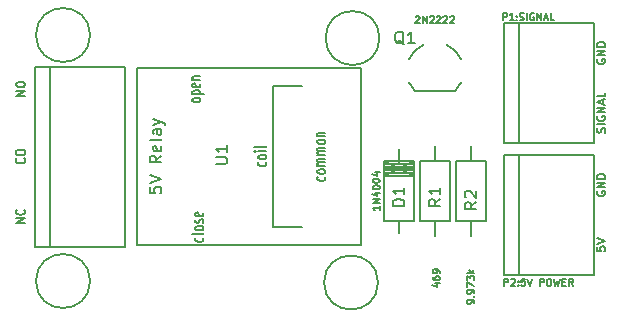
<source format=gto>
G04 #@! TF.FileFunction,Legend,Top*
%FSLAX46Y46*%
G04 Gerber Fmt 4.6, Leading zero omitted, Abs format (unit mm)*
G04 Created by KiCad (PCBNEW 4.0.1-stable) date 15/06/2016 21:54:59*
%MOMM*%
G01*
G04 APERTURE LIST*
%ADD10C,0.100000*%
%ADD11C,0.150000*%
%ADD12C,0.175000*%
G04 APERTURE END LIST*
D10*
D11*
X133494429Y-116093715D02*
X133494429Y-116436572D01*
X133494429Y-116265144D02*
X132894429Y-116265144D01*
X132980143Y-116322287D01*
X133037286Y-116379429D01*
X133065857Y-116436572D01*
X133494429Y-115836572D02*
X132894429Y-115836572D01*
X133494429Y-115493715D01*
X132894429Y-115493715D01*
X133094429Y-114950858D02*
X133494429Y-114950858D01*
X132865857Y-115093715D02*
X133294429Y-115236572D01*
X133294429Y-114865144D01*
X132894429Y-114522286D02*
X132894429Y-114465143D01*
X132923000Y-114408000D01*
X132951571Y-114379429D01*
X133008714Y-114350858D01*
X133123000Y-114322286D01*
X133265857Y-114322286D01*
X133380143Y-114350858D01*
X133437286Y-114379429D01*
X133465857Y-114408000D01*
X133494429Y-114465143D01*
X133494429Y-114522286D01*
X133465857Y-114579429D01*
X133437286Y-114608000D01*
X133380143Y-114636572D01*
X133265857Y-114665143D01*
X133123000Y-114665143D01*
X133008714Y-114636572D01*
X132951571Y-114608000D01*
X132923000Y-114579429D01*
X132894429Y-114522286D01*
X132894429Y-113950857D02*
X132894429Y-113893714D01*
X132923000Y-113836571D01*
X132951571Y-113808000D01*
X133008714Y-113779429D01*
X133123000Y-113750857D01*
X133265857Y-113750857D01*
X133380143Y-113779429D01*
X133437286Y-113808000D01*
X133465857Y-113836571D01*
X133494429Y-113893714D01*
X133494429Y-113950857D01*
X133465857Y-114008000D01*
X133437286Y-114036571D01*
X133380143Y-114065143D01*
X133265857Y-114093714D01*
X133123000Y-114093714D01*
X133008714Y-114065143D01*
X132951571Y-114036571D01*
X132923000Y-114008000D01*
X132894429Y-113950857D01*
X133094429Y-113236571D02*
X133494429Y-113236571D01*
X132865857Y-113379428D02*
X133294429Y-113522285D01*
X133294429Y-113150857D01*
X141495429Y-124293143D02*
X141495429Y-124178858D01*
X141466857Y-124121715D01*
X141438286Y-124093143D01*
X141352571Y-124036001D01*
X141238286Y-124007429D01*
X141009714Y-124007429D01*
X140952571Y-124036001D01*
X140924000Y-124064572D01*
X140895429Y-124121715D01*
X140895429Y-124236001D01*
X140924000Y-124293143D01*
X140952571Y-124321715D01*
X141009714Y-124350286D01*
X141152571Y-124350286D01*
X141209714Y-124321715D01*
X141238286Y-124293143D01*
X141266857Y-124236001D01*
X141266857Y-124121715D01*
X141238286Y-124064572D01*
X141209714Y-124036001D01*
X141152571Y-124007429D01*
X141438286Y-123750286D02*
X141466857Y-123721714D01*
X141495429Y-123750286D01*
X141466857Y-123778857D01*
X141438286Y-123750286D01*
X141495429Y-123750286D01*
X141495429Y-123436000D02*
X141495429Y-123321715D01*
X141466857Y-123264572D01*
X141438286Y-123236000D01*
X141352571Y-123178858D01*
X141238286Y-123150286D01*
X141009714Y-123150286D01*
X140952571Y-123178858D01*
X140924000Y-123207429D01*
X140895429Y-123264572D01*
X140895429Y-123378858D01*
X140924000Y-123436000D01*
X140952571Y-123464572D01*
X141009714Y-123493143D01*
X141152571Y-123493143D01*
X141209714Y-123464572D01*
X141238286Y-123436000D01*
X141266857Y-123378858D01*
X141266857Y-123264572D01*
X141238286Y-123207429D01*
X141209714Y-123178858D01*
X141152571Y-123150286D01*
X140895429Y-122950286D02*
X140895429Y-122550286D01*
X141495429Y-122807429D01*
X140895429Y-122378857D02*
X140895429Y-122007428D01*
X141124000Y-122207428D01*
X141124000Y-122121714D01*
X141152571Y-122064571D01*
X141181143Y-122036000D01*
X141238286Y-122007428D01*
X141381143Y-122007428D01*
X141438286Y-122036000D01*
X141466857Y-122064571D01*
X141495429Y-122121714D01*
X141495429Y-122293142D01*
X141466857Y-122350285D01*
X141438286Y-122378857D01*
X141495429Y-121750285D02*
X140895429Y-121750285D01*
X141266857Y-121693142D02*
X141495429Y-121521713D01*
X141095429Y-121521713D02*
X141324000Y-121750285D01*
X138174429Y-122631143D02*
X138574429Y-122631143D01*
X137945857Y-122774000D02*
X138374429Y-122916857D01*
X138374429Y-122545429D01*
X137974429Y-122059714D02*
X137974429Y-122174000D01*
X138003000Y-122231143D01*
X138031571Y-122259714D01*
X138117286Y-122316857D01*
X138231571Y-122345428D01*
X138460143Y-122345428D01*
X138517286Y-122316857D01*
X138545857Y-122288285D01*
X138574429Y-122231143D01*
X138574429Y-122116857D01*
X138545857Y-122059714D01*
X138517286Y-122031143D01*
X138460143Y-122002571D01*
X138317286Y-122002571D01*
X138260143Y-122031143D01*
X138231571Y-122059714D01*
X138203000Y-122116857D01*
X138203000Y-122231143D01*
X138231571Y-122288285D01*
X138260143Y-122316857D01*
X138317286Y-122345428D01*
X138574429Y-121716856D02*
X138574429Y-121602571D01*
X138545857Y-121545428D01*
X138517286Y-121516856D01*
X138431571Y-121459714D01*
X138317286Y-121431142D01*
X138088714Y-121431142D01*
X138031571Y-121459714D01*
X138003000Y-121488285D01*
X137974429Y-121545428D01*
X137974429Y-121659714D01*
X138003000Y-121716856D01*
X138031571Y-121745428D01*
X138088714Y-121773999D01*
X138231571Y-121773999D01*
X138288714Y-121745428D01*
X138317286Y-121716856D01*
X138345857Y-121659714D01*
X138345857Y-121545428D01*
X138317286Y-121488285D01*
X138288714Y-121459714D01*
X138231571Y-121431142D01*
D12*
X103440667Y-106738666D02*
X102740667Y-106738666D01*
X103440667Y-106338666D01*
X102740667Y-106338666D01*
X102740667Y-105872000D02*
X102740667Y-105738667D01*
X102774000Y-105672000D01*
X102840667Y-105605333D01*
X102974000Y-105572000D01*
X103207333Y-105572000D01*
X103340667Y-105605333D01*
X103407333Y-105672000D01*
X103440667Y-105738667D01*
X103440667Y-105872000D01*
X103407333Y-105938667D01*
X103340667Y-106005333D01*
X103207333Y-106038667D01*
X102974000Y-106038667D01*
X102840667Y-106005333D01*
X102774000Y-105938667D01*
X102740667Y-105872000D01*
X103485905Y-117516999D02*
X102685905Y-117516999D01*
X103485905Y-117116999D01*
X102685905Y-117116999D01*
X103409714Y-116383666D02*
X103447810Y-116417000D01*
X103485905Y-116517000D01*
X103485905Y-116583666D01*
X103447810Y-116683666D01*
X103371619Y-116750333D01*
X103295429Y-116783666D01*
X103143048Y-116817000D01*
X103028762Y-116817000D01*
X102876381Y-116783666D01*
X102800190Y-116750333D01*
X102724000Y-116683666D01*
X102685905Y-116583666D01*
X102685905Y-116517000D01*
X102724000Y-116417000D01*
X102762095Y-116383666D01*
X103409714Y-112036999D02*
X103447810Y-112070333D01*
X103485905Y-112170333D01*
X103485905Y-112236999D01*
X103447810Y-112336999D01*
X103371619Y-112403666D01*
X103295429Y-112436999D01*
X103143048Y-112470333D01*
X103028762Y-112470333D01*
X102876381Y-112436999D01*
X102800190Y-112403666D01*
X102724000Y-112336999D01*
X102685905Y-112236999D01*
X102685905Y-112170333D01*
X102724000Y-112070333D01*
X102762095Y-112036999D01*
X102685905Y-111603666D02*
X102685905Y-111470333D01*
X102724000Y-111403666D01*
X102800190Y-111336999D01*
X102952571Y-111303666D01*
X103219238Y-111303666D01*
X103371619Y-111336999D01*
X103447810Y-111403666D01*
X103485905Y-111470333D01*
X103485905Y-111603666D01*
X103447810Y-111670333D01*
X103371619Y-111736999D01*
X103219238Y-111770333D01*
X102952571Y-111770333D01*
X102800190Y-111736999D01*
X102724000Y-111670333D01*
X102685905Y-111603666D01*
X151889667Y-119513333D02*
X151889667Y-119846666D01*
X152223000Y-119880000D01*
X152189667Y-119846666D01*
X152156333Y-119780000D01*
X152156333Y-119613333D01*
X152189667Y-119546666D01*
X152223000Y-119513333D01*
X152289667Y-119480000D01*
X152456333Y-119480000D01*
X152523000Y-119513333D01*
X152556333Y-119546666D01*
X152589667Y-119613333D01*
X152589667Y-119780000D01*
X152556333Y-119846666D01*
X152523000Y-119880000D01*
X151889667Y-119279999D02*
X152589667Y-119046666D01*
X151889667Y-118813333D01*
X152556333Y-109870667D02*
X152589667Y-109770667D01*
X152589667Y-109604000D01*
X152556333Y-109537333D01*
X152523000Y-109504000D01*
X152456333Y-109470667D01*
X152389667Y-109470667D01*
X152323000Y-109504000D01*
X152289667Y-109537333D01*
X152256333Y-109604000D01*
X152223000Y-109737333D01*
X152189667Y-109804000D01*
X152156333Y-109837333D01*
X152089667Y-109870667D01*
X152023000Y-109870667D01*
X151956333Y-109837333D01*
X151923000Y-109804000D01*
X151889667Y-109737333D01*
X151889667Y-109570667D01*
X151923000Y-109470667D01*
X152589667Y-109170666D02*
X151889667Y-109170666D01*
X151923000Y-108470667D02*
X151889667Y-108537333D01*
X151889667Y-108637333D01*
X151923000Y-108737333D01*
X151989667Y-108804000D01*
X152056333Y-108837333D01*
X152189667Y-108870667D01*
X152289667Y-108870667D01*
X152423000Y-108837333D01*
X152489667Y-108804000D01*
X152556333Y-108737333D01*
X152589667Y-108637333D01*
X152589667Y-108570667D01*
X152556333Y-108470667D01*
X152523000Y-108437333D01*
X152289667Y-108437333D01*
X152289667Y-108570667D01*
X152589667Y-108137333D02*
X151889667Y-108137333D01*
X152589667Y-107737333D01*
X151889667Y-107737333D01*
X152389667Y-107437334D02*
X152389667Y-107104000D01*
X152589667Y-107504000D02*
X151889667Y-107270667D01*
X152589667Y-107037334D01*
X152589667Y-106470667D02*
X152589667Y-106804000D01*
X151889667Y-106804000D01*
X151923000Y-114833333D02*
X151889667Y-114899999D01*
X151889667Y-114999999D01*
X151923000Y-115099999D01*
X151989667Y-115166666D01*
X152056333Y-115199999D01*
X152189667Y-115233333D01*
X152289667Y-115233333D01*
X152423000Y-115199999D01*
X152489667Y-115166666D01*
X152556333Y-115099999D01*
X152589667Y-114999999D01*
X152589667Y-114933333D01*
X152556333Y-114833333D01*
X152523000Y-114799999D01*
X152289667Y-114799999D01*
X152289667Y-114933333D01*
X152589667Y-114499999D02*
X151889667Y-114499999D01*
X152589667Y-114099999D01*
X151889667Y-114099999D01*
X152589667Y-113766666D02*
X151889667Y-113766666D01*
X151889667Y-113600000D01*
X151923000Y-113500000D01*
X151989667Y-113433333D01*
X152056333Y-113400000D01*
X152189667Y-113366666D01*
X152289667Y-113366666D01*
X152423000Y-113400000D01*
X152489667Y-113433333D01*
X152556333Y-113500000D01*
X152589667Y-113600000D01*
X152589667Y-113766666D01*
X151923000Y-103657333D02*
X151889667Y-103723999D01*
X151889667Y-103823999D01*
X151923000Y-103923999D01*
X151989667Y-103990666D01*
X152056333Y-104023999D01*
X152189667Y-104057333D01*
X152289667Y-104057333D01*
X152423000Y-104023999D01*
X152489667Y-103990666D01*
X152556333Y-103923999D01*
X152589667Y-103823999D01*
X152589667Y-103757333D01*
X152556333Y-103657333D01*
X152523000Y-103623999D01*
X152289667Y-103623999D01*
X152289667Y-103757333D01*
X152589667Y-103323999D02*
X151889667Y-103323999D01*
X152589667Y-102923999D01*
X151889667Y-102923999D01*
X152589667Y-102590666D02*
X151889667Y-102590666D01*
X151889667Y-102424000D01*
X151923000Y-102324000D01*
X151989667Y-102257333D01*
X152056333Y-102224000D01*
X152189667Y-102190666D01*
X152289667Y-102190666D01*
X152423000Y-102224000D01*
X152489667Y-102257333D01*
X152556333Y-102324000D01*
X152589667Y-102424000D01*
X152589667Y-102590666D01*
D11*
X133350000Y-122555000D02*
G75*
G03X133350000Y-122555000I-2286000J0D01*
G01*
X133477000Y-101854000D02*
G75*
G03X133477000Y-101854000I-2286000J0D01*
G01*
X108966000Y-122428000D02*
G75*
G03X108966000Y-122428000I-2286000J0D01*
G01*
X108966000Y-101600000D02*
G75*
G03X108966000Y-101600000I-2286000J0D01*
G01*
X135130540Y-117348000D02*
X135130540Y-118364000D01*
X135130540Y-112522000D02*
X135130540Y-111252000D01*
X136400540Y-112776000D02*
X133860540Y-112776000D01*
X136400540Y-113030000D02*
X133860540Y-113030000D01*
X136400540Y-113284000D02*
X133860540Y-113284000D01*
X136400540Y-112522000D02*
X133860540Y-112522000D01*
X136400540Y-113538000D02*
X133860540Y-112268000D01*
X136400540Y-112268000D02*
X133860540Y-113538000D01*
X136400540Y-113538000D02*
X133860540Y-113538000D01*
X136400540Y-112903000D02*
X133860540Y-112903000D01*
X133860540Y-112268000D02*
X136400540Y-112268000D01*
X136400540Y-112268000D02*
X136400540Y-117348000D01*
X136400540Y-117348000D02*
X133860540Y-117348000D01*
X133860540Y-117348000D02*
X133860540Y-112268000D01*
X145288000Y-110744000D02*
X145288000Y-100584000D01*
X144018000Y-110744000D02*
X151638000Y-110744000D01*
X151638000Y-110744000D02*
X151638000Y-100584000D01*
X151638000Y-100584000D02*
X144018000Y-100584000D01*
X144018000Y-100584000D02*
X144018000Y-110744000D01*
X145288000Y-121920000D02*
X145288000Y-111760000D01*
X144018000Y-121920000D02*
X151638000Y-121920000D01*
X151638000Y-121920000D02*
X151638000Y-111760000D01*
X151638000Y-111760000D02*
X144018000Y-111760000D01*
X144018000Y-111760000D02*
X144018000Y-121920000D01*
X137176000Y-102448000D02*
G75*
G03X135976000Y-103648000I1000000J-2200000D01*
G01*
X139175999Y-102448000D02*
G75*
G02X140376000Y-103648000I-999999J-2200000D01*
G01*
X135988305Y-105644990D02*
G75*
G03X136476000Y-106348000I2187695J996990D01*
G01*
X140363695Y-105644990D02*
G75*
G02X139876000Y-106348000I-2187695J996990D01*
G01*
X136476000Y-106348000D02*
X139876000Y-106348000D01*
X139446000Y-112268000D02*
X139446000Y-117348000D01*
X139446000Y-117348000D02*
X136906000Y-117348000D01*
X136906000Y-117348000D02*
X136906000Y-112268000D01*
X136906000Y-112268000D02*
X139446000Y-112268000D01*
X138176000Y-112268000D02*
X138176000Y-110998000D01*
X138176000Y-117348000D02*
X138176000Y-118618000D01*
X142494000Y-112268000D02*
X142494000Y-117348000D01*
X142494000Y-117348000D02*
X139954000Y-117348000D01*
X139954000Y-117348000D02*
X139954000Y-112268000D01*
X139954000Y-112268000D02*
X142494000Y-112268000D01*
X141224000Y-112268000D02*
X141224000Y-110998000D01*
X141224000Y-117348000D02*
X141224000Y-118618000D01*
X126936000Y-105879000D02*
X124436000Y-105879000D01*
X124436000Y-105879000D02*
X124436000Y-117879000D01*
X124436000Y-117879000D02*
X126936000Y-117879000D01*
X112936000Y-104379000D02*
X131936000Y-104379000D01*
X131936000Y-104379000D02*
X131936000Y-119379000D01*
X131936000Y-119379000D02*
X112936000Y-119379000D01*
X112936000Y-119379000D02*
X112936000Y-104379000D01*
X104267000Y-104267000D02*
X111887000Y-104267000D01*
X104267000Y-119507000D02*
X111887000Y-119507000D01*
X105537000Y-104267000D02*
X105537000Y-119507000D01*
X111887000Y-104267000D02*
X111887000Y-119507000D01*
X104267000Y-104267000D02*
X104267000Y-119507000D01*
X135580381Y-116054095D02*
X134580381Y-116054095D01*
X134580381Y-115816000D01*
X134628000Y-115673142D01*
X134723238Y-115577904D01*
X134818476Y-115530285D01*
X135008952Y-115482666D01*
X135151810Y-115482666D01*
X135342286Y-115530285D01*
X135437524Y-115577904D01*
X135532762Y-115673142D01*
X135580381Y-115816000D01*
X135580381Y-116054095D01*
X135580381Y-114530285D02*
X135580381Y-115101714D01*
X135580381Y-114816000D02*
X134580381Y-114816000D01*
X134723238Y-114911238D01*
X134818476Y-115006476D01*
X134866095Y-115101714D01*
X143921429Y-100347429D02*
X143921429Y-99747429D01*
X144150001Y-99747429D01*
X144207143Y-99776000D01*
X144235715Y-99804571D01*
X144264286Y-99861714D01*
X144264286Y-99947429D01*
X144235715Y-100004571D01*
X144207143Y-100033143D01*
X144150001Y-100061714D01*
X143921429Y-100061714D01*
X144835715Y-100347429D02*
X144492858Y-100347429D01*
X144664286Y-100347429D02*
X144664286Y-99747429D01*
X144607143Y-99833143D01*
X144550001Y-99890286D01*
X144492858Y-99918857D01*
X145092858Y-100290286D02*
X145121430Y-100318857D01*
X145092858Y-100347429D01*
X145064287Y-100318857D01*
X145092858Y-100290286D01*
X145092858Y-100347429D01*
X145092858Y-99976000D02*
X145121430Y-100004571D01*
X145092858Y-100033143D01*
X145064287Y-100004571D01*
X145092858Y-99976000D01*
X145092858Y-100033143D01*
X145350001Y-100318857D02*
X145435715Y-100347429D01*
X145578572Y-100347429D01*
X145635715Y-100318857D01*
X145664286Y-100290286D01*
X145692858Y-100233143D01*
X145692858Y-100176000D01*
X145664286Y-100118857D01*
X145635715Y-100090286D01*
X145578572Y-100061714D01*
X145464286Y-100033143D01*
X145407144Y-100004571D01*
X145378572Y-99976000D01*
X145350001Y-99918857D01*
X145350001Y-99861714D01*
X145378572Y-99804571D01*
X145407144Y-99776000D01*
X145464286Y-99747429D01*
X145607144Y-99747429D01*
X145692858Y-99776000D01*
X145950001Y-100347429D02*
X145950001Y-99747429D01*
X146550001Y-99776000D02*
X146492858Y-99747429D01*
X146407144Y-99747429D01*
X146321429Y-99776000D01*
X146264287Y-99833143D01*
X146235715Y-99890286D01*
X146207144Y-100004571D01*
X146207144Y-100090286D01*
X146235715Y-100204571D01*
X146264287Y-100261714D01*
X146321429Y-100318857D01*
X146407144Y-100347429D01*
X146464287Y-100347429D01*
X146550001Y-100318857D01*
X146578572Y-100290286D01*
X146578572Y-100090286D01*
X146464287Y-100090286D01*
X146835715Y-100347429D02*
X146835715Y-99747429D01*
X147178572Y-100347429D01*
X147178572Y-99747429D01*
X147435715Y-100176000D02*
X147721429Y-100176000D01*
X147378572Y-100347429D02*
X147578572Y-99747429D01*
X147778572Y-100347429D01*
X148264286Y-100347429D02*
X147978572Y-100347429D01*
X147978572Y-99747429D01*
X144053286Y-122826429D02*
X144053286Y-122226429D01*
X144281858Y-122226429D01*
X144339000Y-122255000D01*
X144367572Y-122283571D01*
X144396143Y-122340714D01*
X144396143Y-122426429D01*
X144367572Y-122483571D01*
X144339000Y-122512143D01*
X144281858Y-122540714D01*
X144053286Y-122540714D01*
X144624715Y-122283571D02*
X144653286Y-122255000D01*
X144710429Y-122226429D01*
X144853286Y-122226429D01*
X144910429Y-122255000D01*
X144939000Y-122283571D01*
X144967572Y-122340714D01*
X144967572Y-122397857D01*
X144939000Y-122483571D01*
X144596143Y-122826429D01*
X144967572Y-122826429D01*
X145224715Y-122769286D02*
X145253287Y-122797857D01*
X145224715Y-122826429D01*
X145196144Y-122797857D01*
X145224715Y-122769286D01*
X145224715Y-122826429D01*
X145224715Y-122455000D02*
X145253287Y-122483571D01*
X145224715Y-122512143D01*
X145196144Y-122483571D01*
X145224715Y-122455000D01*
X145224715Y-122512143D01*
X145796143Y-122226429D02*
X145510429Y-122226429D01*
X145481858Y-122512143D01*
X145510429Y-122483571D01*
X145567572Y-122455000D01*
X145710429Y-122455000D01*
X145767572Y-122483571D01*
X145796143Y-122512143D01*
X145824715Y-122569286D01*
X145824715Y-122712143D01*
X145796143Y-122769286D01*
X145767572Y-122797857D01*
X145710429Y-122826429D01*
X145567572Y-122826429D01*
X145510429Y-122797857D01*
X145481858Y-122769286D01*
X145996144Y-122226429D02*
X146196144Y-122826429D01*
X146396144Y-122226429D01*
X147053287Y-122826429D02*
X147053287Y-122226429D01*
X147281859Y-122226429D01*
X147339001Y-122255000D01*
X147367573Y-122283571D01*
X147396144Y-122340714D01*
X147396144Y-122426429D01*
X147367573Y-122483571D01*
X147339001Y-122512143D01*
X147281859Y-122540714D01*
X147053287Y-122540714D01*
X147767573Y-122226429D02*
X147881859Y-122226429D01*
X147939001Y-122255000D01*
X147996144Y-122312143D01*
X148024716Y-122426429D01*
X148024716Y-122626429D01*
X147996144Y-122740714D01*
X147939001Y-122797857D01*
X147881859Y-122826429D01*
X147767573Y-122826429D01*
X147710430Y-122797857D01*
X147653287Y-122740714D01*
X147624716Y-122626429D01*
X147624716Y-122426429D01*
X147653287Y-122312143D01*
X147710430Y-122255000D01*
X147767573Y-122226429D01*
X148224715Y-122226429D02*
X148367572Y-122826429D01*
X148481858Y-122397857D01*
X148596144Y-122826429D01*
X148739001Y-122226429D01*
X148967572Y-122512143D02*
X149167572Y-122512143D01*
X149253286Y-122826429D02*
X148967572Y-122826429D01*
X148967572Y-122226429D01*
X149253286Y-122226429D01*
X149853286Y-122826429D02*
X149653286Y-122540714D01*
X149510429Y-122826429D02*
X149510429Y-122226429D01*
X149739001Y-122226429D01*
X149796143Y-122255000D01*
X149824715Y-122283571D01*
X149853286Y-122340714D01*
X149853286Y-122426429D01*
X149824715Y-122483571D01*
X149796143Y-122512143D01*
X149739001Y-122540714D01*
X149510429Y-122540714D01*
X135540762Y-102401619D02*
X135445524Y-102354000D01*
X135350286Y-102258762D01*
X135207429Y-102115905D01*
X135112190Y-102068286D01*
X135016952Y-102068286D01*
X135064571Y-102306381D02*
X134969333Y-102258762D01*
X134874095Y-102163524D01*
X134826476Y-101973048D01*
X134826476Y-101639714D01*
X134874095Y-101449238D01*
X134969333Y-101354000D01*
X135064571Y-101306381D01*
X135255048Y-101306381D01*
X135350286Y-101354000D01*
X135445524Y-101449238D01*
X135493143Y-101639714D01*
X135493143Y-101973048D01*
X135445524Y-102163524D01*
X135350286Y-102258762D01*
X135255048Y-102306381D01*
X135064571Y-102306381D01*
X136445524Y-102306381D02*
X135874095Y-102306381D01*
X136159809Y-102306381D02*
X136159809Y-101306381D01*
X136064571Y-101449238D01*
X135969333Y-101544476D01*
X135874095Y-101592095D01*
X136547428Y-100058571D02*
X136575999Y-100030000D01*
X136633142Y-100001429D01*
X136775999Y-100001429D01*
X136833142Y-100030000D01*
X136861713Y-100058571D01*
X136890285Y-100115714D01*
X136890285Y-100172857D01*
X136861713Y-100258571D01*
X136518856Y-100601429D01*
X136890285Y-100601429D01*
X137147428Y-100601429D02*
X137147428Y-100001429D01*
X137490285Y-100601429D01*
X137490285Y-100001429D01*
X137747428Y-100058571D02*
X137775999Y-100030000D01*
X137833142Y-100001429D01*
X137975999Y-100001429D01*
X138033142Y-100030000D01*
X138061713Y-100058571D01*
X138090285Y-100115714D01*
X138090285Y-100172857D01*
X138061713Y-100258571D01*
X137718856Y-100601429D01*
X138090285Y-100601429D01*
X138318857Y-100058571D02*
X138347428Y-100030000D01*
X138404571Y-100001429D01*
X138547428Y-100001429D01*
X138604571Y-100030000D01*
X138633142Y-100058571D01*
X138661714Y-100115714D01*
X138661714Y-100172857D01*
X138633142Y-100258571D01*
X138290285Y-100601429D01*
X138661714Y-100601429D01*
X138890286Y-100058571D02*
X138918857Y-100030000D01*
X138976000Y-100001429D01*
X139118857Y-100001429D01*
X139176000Y-100030000D01*
X139204571Y-100058571D01*
X139233143Y-100115714D01*
X139233143Y-100172857D01*
X139204571Y-100258571D01*
X138861714Y-100601429D01*
X139233143Y-100601429D01*
X139461715Y-100058571D02*
X139490286Y-100030000D01*
X139547429Y-100001429D01*
X139690286Y-100001429D01*
X139747429Y-100030000D01*
X139776000Y-100058571D01*
X139804572Y-100115714D01*
X139804572Y-100172857D01*
X139776000Y-100258571D01*
X139433143Y-100601429D01*
X139804572Y-100601429D01*
X138628381Y-115482666D02*
X138152190Y-115816000D01*
X138628381Y-116054095D02*
X137628381Y-116054095D01*
X137628381Y-115673142D01*
X137676000Y-115577904D01*
X137723619Y-115530285D01*
X137818857Y-115482666D01*
X137961714Y-115482666D01*
X138056952Y-115530285D01*
X138104571Y-115577904D01*
X138152190Y-115673142D01*
X138152190Y-116054095D01*
X138628381Y-114530285D02*
X138628381Y-115101714D01*
X138628381Y-114816000D02*
X137628381Y-114816000D01*
X137771238Y-114911238D01*
X137866476Y-115006476D01*
X137914095Y-115101714D01*
X141676381Y-115736666D02*
X141200190Y-116070000D01*
X141676381Y-116308095D02*
X140676381Y-116308095D01*
X140676381Y-115927142D01*
X140724000Y-115831904D01*
X140771619Y-115784285D01*
X140866857Y-115736666D01*
X141009714Y-115736666D01*
X141104952Y-115784285D01*
X141152571Y-115831904D01*
X141200190Y-115927142D01*
X141200190Y-116308095D01*
X140771619Y-115355714D02*
X140724000Y-115308095D01*
X140676381Y-115212857D01*
X140676381Y-114974761D01*
X140724000Y-114879523D01*
X140771619Y-114831904D01*
X140866857Y-114784285D01*
X140962095Y-114784285D01*
X141104952Y-114831904D01*
X141676381Y-115403333D01*
X141676381Y-114784285D01*
X119594381Y-112521905D02*
X120403905Y-112521905D01*
X120499143Y-112474286D01*
X120546762Y-112426667D01*
X120594381Y-112331429D01*
X120594381Y-112140952D01*
X120546762Y-112045714D01*
X120499143Y-111998095D01*
X120403905Y-111950476D01*
X119594381Y-111950476D01*
X120594381Y-110950476D02*
X120594381Y-111521905D01*
X120594381Y-111236191D02*
X119594381Y-111236191D01*
X119737238Y-111331429D01*
X119832476Y-111426667D01*
X119880095Y-111521905D01*
X118514762Y-118772666D02*
X118562381Y-118839333D01*
X118562381Y-118972666D01*
X118514762Y-119039333D01*
X118467143Y-119072666D01*
X118371905Y-119106000D01*
X118086190Y-119106000D01*
X117990952Y-119072666D01*
X117943333Y-119039333D01*
X117895714Y-118972666D01*
X117895714Y-118839333D01*
X117943333Y-118772666D01*
X118562381Y-118372666D02*
X118514762Y-118439333D01*
X118419524Y-118472666D01*
X117562381Y-118472666D01*
X118562381Y-118005999D02*
X118514762Y-118072666D01*
X118467143Y-118105999D01*
X118371905Y-118139333D01*
X118086190Y-118139333D01*
X117990952Y-118105999D01*
X117943333Y-118072666D01*
X117895714Y-118005999D01*
X117895714Y-117905999D01*
X117943333Y-117839333D01*
X117990952Y-117805999D01*
X118086190Y-117772666D01*
X118371905Y-117772666D01*
X118467143Y-117805999D01*
X118514762Y-117839333D01*
X118562381Y-117905999D01*
X118562381Y-118005999D01*
X118514762Y-117506000D02*
X118562381Y-117439333D01*
X118562381Y-117306000D01*
X118514762Y-117239333D01*
X118419524Y-117206000D01*
X118371905Y-117206000D01*
X118276667Y-117239333D01*
X118229048Y-117306000D01*
X118229048Y-117406000D01*
X118181429Y-117472666D01*
X118086190Y-117506000D01*
X118038571Y-117506000D01*
X117943333Y-117472666D01*
X117895714Y-117406000D01*
X117895714Y-117306000D01*
X117943333Y-117239333D01*
X118514762Y-116639333D02*
X118562381Y-116705999D01*
X118562381Y-116839333D01*
X118514762Y-116905999D01*
X118419524Y-116939333D01*
X118038571Y-116939333D01*
X117943333Y-116905999D01*
X117895714Y-116839333D01*
X117895714Y-116705999D01*
X117943333Y-116639333D01*
X118038571Y-116605999D01*
X118133810Y-116605999D01*
X118229048Y-116939333D01*
X118308381Y-107155332D02*
X118260762Y-107221999D01*
X118213143Y-107255332D01*
X118117905Y-107288666D01*
X117832190Y-107288666D01*
X117736952Y-107255332D01*
X117689333Y-107221999D01*
X117641714Y-107155332D01*
X117641714Y-107055332D01*
X117689333Y-106988666D01*
X117736952Y-106955332D01*
X117832190Y-106921999D01*
X118117905Y-106921999D01*
X118213143Y-106955332D01*
X118260762Y-106988666D01*
X118308381Y-107055332D01*
X118308381Y-107155332D01*
X117641714Y-106621999D02*
X118641714Y-106621999D01*
X117689333Y-106621999D02*
X117641714Y-106555333D01*
X117641714Y-106421999D01*
X117689333Y-106355333D01*
X117736952Y-106321999D01*
X117832190Y-106288666D01*
X118117905Y-106288666D01*
X118213143Y-106321999D01*
X118260762Y-106355333D01*
X118308381Y-106421999D01*
X118308381Y-106555333D01*
X118260762Y-106621999D01*
X118260762Y-105722000D02*
X118308381Y-105788666D01*
X118308381Y-105922000D01*
X118260762Y-105988666D01*
X118165524Y-106022000D01*
X117784571Y-106022000D01*
X117689333Y-105988666D01*
X117641714Y-105922000D01*
X117641714Y-105788666D01*
X117689333Y-105722000D01*
X117784571Y-105688666D01*
X117879810Y-105688666D01*
X117975048Y-106022000D01*
X117641714Y-105388666D02*
X118308381Y-105388666D01*
X117736952Y-105388666D02*
X117689333Y-105355333D01*
X117641714Y-105288666D01*
X117641714Y-105188666D01*
X117689333Y-105122000D01*
X117784571Y-105088666D01*
X118308381Y-105088666D01*
X128840762Y-113595665D02*
X128888381Y-113662332D01*
X128888381Y-113795665D01*
X128840762Y-113862332D01*
X128793143Y-113895665D01*
X128697905Y-113928999D01*
X128412190Y-113928999D01*
X128316952Y-113895665D01*
X128269333Y-113862332D01*
X128221714Y-113795665D01*
X128221714Y-113662332D01*
X128269333Y-113595665D01*
X128888381Y-113195665D02*
X128840762Y-113262332D01*
X128793143Y-113295665D01*
X128697905Y-113328999D01*
X128412190Y-113328999D01*
X128316952Y-113295665D01*
X128269333Y-113262332D01*
X128221714Y-113195665D01*
X128221714Y-113095665D01*
X128269333Y-113028999D01*
X128316952Y-112995665D01*
X128412190Y-112962332D01*
X128697905Y-112962332D01*
X128793143Y-112995665D01*
X128840762Y-113028999D01*
X128888381Y-113095665D01*
X128888381Y-113195665D01*
X128888381Y-112662332D02*
X128221714Y-112662332D01*
X128316952Y-112662332D02*
X128269333Y-112628999D01*
X128221714Y-112562332D01*
X128221714Y-112462332D01*
X128269333Y-112395666D01*
X128364571Y-112362332D01*
X128888381Y-112362332D01*
X128364571Y-112362332D02*
X128269333Y-112328999D01*
X128221714Y-112262332D01*
X128221714Y-112162332D01*
X128269333Y-112095666D01*
X128364571Y-112062332D01*
X128888381Y-112062332D01*
X128888381Y-111728999D02*
X128221714Y-111728999D01*
X128316952Y-111728999D02*
X128269333Y-111695666D01*
X128221714Y-111628999D01*
X128221714Y-111528999D01*
X128269333Y-111462333D01*
X128364571Y-111428999D01*
X128888381Y-111428999D01*
X128364571Y-111428999D02*
X128269333Y-111395666D01*
X128221714Y-111328999D01*
X128221714Y-111228999D01*
X128269333Y-111162333D01*
X128364571Y-111128999D01*
X128888381Y-111128999D01*
X128888381Y-110695666D02*
X128840762Y-110762333D01*
X128793143Y-110795666D01*
X128697905Y-110829000D01*
X128412190Y-110829000D01*
X128316952Y-110795666D01*
X128269333Y-110762333D01*
X128221714Y-110695666D01*
X128221714Y-110595666D01*
X128269333Y-110529000D01*
X128316952Y-110495666D01*
X128412190Y-110462333D01*
X128697905Y-110462333D01*
X128793143Y-110495666D01*
X128840762Y-110529000D01*
X128888381Y-110595666D01*
X128888381Y-110695666D01*
X128221714Y-110162333D02*
X128888381Y-110162333D01*
X128316952Y-110162333D02*
X128269333Y-110129000D01*
X128221714Y-110062333D01*
X128221714Y-109962333D01*
X128269333Y-109895667D01*
X128364571Y-109862333D01*
X128888381Y-109862333D01*
X123840762Y-112378999D02*
X123888381Y-112445666D01*
X123888381Y-112578999D01*
X123840762Y-112645666D01*
X123793143Y-112678999D01*
X123697905Y-112712333D01*
X123412190Y-112712333D01*
X123316952Y-112678999D01*
X123269333Y-112645666D01*
X123221714Y-112578999D01*
X123221714Y-112445666D01*
X123269333Y-112378999D01*
X123888381Y-111978999D02*
X123840762Y-112045666D01*
X123793143Y-112078999D01*
X123697905Y-112112333D01*
X123412190Y-112112333D01*
X123316952Y-112078999D01*
X123269333Y-112045666D01*
X123221714Y-111978999D01*
X123221714Y-111878999D01*
X123269333Y-111812333D01*
X123316952Y-111778999D01*
X123412190Y-111745666D01*
X123697905Y-111745666D01*
X123793143Y-111778999D01*
X123840762Y-111812333D01*
X123888381Y-111878999D01*
X123888381Y-111978999D01*
X123888381Y-111445666D02*
X123221714Y-111445666D01*
X122888381Y-111445666D02*
X122936000Y-111479000D01*
X122983619Y-111445666D01*
X122936000Y-111412333D01*
X122888381Y-111445666D01*
X122983619Y-111445666D01*
X123888381Y-111012333D02*
X123840762Y-111079000D01*
X123745524Y-111112333D01*
X122888381Y-111112333D01*
X114006381Y-114482238D02*
X114006381Y-114958429D01*
X114482571Y-115006048D01*
X114434952Y-114958429D01*
X114387333Y-114863191D01*
X114387333Y-114625095D01*
X114434952Y-114529857D01*
X114482571Y-114482238D01*
X114577810Y-114434619D01*
X114815905Y-114434619D01*
X114911143Y-114482238D01*
X114958762Y-114529857D01*
X115006381Y-114625095D01*
X115006381Y-114863191D01*
X114958762Y-114958429D01*
X114911143Y-115006048D01*
X114006381Y-114148905D02*
X115006381Y-113815572D01*
X114006381Y-113482238D01*
X115006381Y-111815571D02*
X114530190Y-112148905D01*
X115006381Y-112387000D02*
X114006381Y-112387000D01*
X114006381Y-112006047D01*
X114054000Y-111910809D01*
X114101619Y-111863190D01*
X114196857Y-111815571D01*
X114339714Y-111815571D01*
X114434952Y-111863190D01*
X114482571Y-111910809D01*
X114530190Y-112006047D01*
X114530190Y-112387000D01*
X114958762Y-111006047D02*
X115006381Y-111101285D01*
X115006381Y-111291762D01*
X114958762Y-111387000D01*
X114863524Y-111434619D01*
X114482571Y-111434619D01*
X114387333Y-111387000D01*
X114339714Y-111291762D01*
X114339714Y-111101285D01*
X114387333Y-111006047D01*
X114482571Y-110958428D01*
X114577810Y-110958428D01*
X114673048Y-111434619D01*
X115006381Y-110387000D02*
X114958762Y-110482238D01*
X114863524Y-110529857D01*
X114006381Y-110529857D01*
X115006381Y-109577475D02*
X114482571Y-109577475D01*
X114387333Y-109625094D01*
X114339714Y-109720332D01*
X114339714Y-109910809D01*
X114387333Y-110006047D01*
X114958762Y-109577475D02*
X115006381Y-109672713D01*
X115006381Y-109910809D01*
X114958762Y-110006047D01*
X114863524Y-110053666D01*
X114768286Y-110053666D01*
X114673048Y-110006047D01*
X114625429Y-109910809D01*
X114625429Y-109672713D01*
X114577810Y-109577475D01*
X114339714Y-109196523D02*
X115006381Y-108958428D01*
X114339714Y-108720332D02*
X115006381Y-108958428D01*
X115244476Y-109053666D01*
X115292095Y-109101285D01*
X115339714Y-109196523D01*
M02*

</source>
